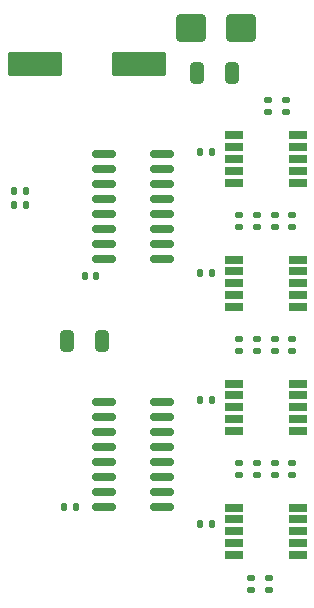
<source format=gtp>
%TF.GenerationSoftware,KiCad,Pcbnew,9.0.6*%
%TF.CreationDate,2025-12-21T17:34:40-08:00*%
%TF.ProjectId,A3909 Prototyping,41333930-3920-4507-926f-746f74797069,rev?*%
%TF.SameCoordinates,Original*%
%TF.FileFunction,Paste,Top*%
%TF.FilePolarity,Positive*%
%FSLAX46Y46*%
G04 Gerber Fmt 4.6, Leading zero omitted, Abs format (unit mm)*
G04 Created by KiCad (PCBNEW 9.0.6) date 2025-12-21 17:34:40*
%MOMM*%
%LPD*%
G01*
G04 APERTURE LIST*
G04 Aperture macros list*
%AMRoundRect*
0 Rectangle with rounded corners*
0 $1 Rounding radius*
0 $2 $3 $4 $5 $6 $7 $8 $9 X,Y pos of 4 corners*
0 Add a 4 corners polygon primitive as box body*
4,1,4,$2,$3,$4,$5,$6,$7,$8,$9,$2,$3,0*
0 Add four circle primitives for the rounded corners*
1,1,$1+$1,$2,$3*
1,1,$1+$1,$4,$5*
1,1,$1+$1,$6,$7*
1,1,$1+$1,$8,$9*
0 Add four rect primitives between the rounded corners*
20,1,$1+$1,$2,$3,$4,$5,0*
20,1,$1+$1,$4,$5,$6,$7,0*
20,1,$1+$1,$6,$7,$8,$9,0*
20,1,$1+$1,$8,$9,$2,$3,0*%
G04 Aperture macros list end*
%ADD10RoundRect,0.140000X-0.140000X-0.170000X0.140000X-0.170000X0.140000X0.170000X-0.140000X0.170000X0*%
%ADD11RoundRect,0.250000X0.325000X0.650000X-0.325000X0.650000X-0.325000X-0.650000X0.325000X-0.650000X0*%
%ADD12RoundRect,0.250001X2.049999X0.799999X-2.049999X0.799999X-2.049999X-0.799999X2.049999X-0.799999X0*%
%ADD13RoundRect,0.140000X0.140000X0.170000X-0.140000X0.170000X-0.140000X-0.170000X0.140000X-0.170000X0*%
%ADD14RoundRect,0.250000X-0.325000X-0.650000X0.325000X-0.650000X0.325000X0.650000X-0.325000X0.650000X0*%
%ADD15RoundRect,0.250000X-1.000000X-0.900000X1.000000X-0.900000X1.000000X0.900000X-1.000000X0.900000X0*%
%ADD16R,1.525000X0.650000*%
%ADD17RoundRect,0.135000X-0.135000X-0.185000X0.135000X-0.185000X0.135000X0.185000X-0.135000X0.185000X0*%
%ADD18RoundRect,0.135000X0.185000X-0.135000X0.185000X0.135000X-0.185000X0.135000X-0.185000X-0.135000X0*%
%ADD19RoundRect,0.135000X-0.185000X0.135000X-0.185000X-0.135000X0.185000X-0.135000X0.185000X0.135000X0*%
%ADD20RoundRect,0.150000X0.825000X0.150000X-0.825000X0.150000X-0.825000X-0.150000X0.825000X-0.150000X0*%
G04 APERTURE END LIST*
D10*
%TO.C,C1*%
X48730000Y-38000000D03*
X47770000Y-38000000D03*
%TD*%
%TO.C,C2*%
X48730000Y-48250000D03*
X47770000Y-48250000D03*
%TD*%
%TO.C,C3*%
X48730000Y-59000000D03*
X47770000Y-59000000D03*
%TD*%
%TO.C,C4*%
X48730000Y-69500000D03*
X47770000Y-69500000D03*
%TD*%
D11*
%TO.C,C5*%
X47525000Y-31250000D03*
X50475000Y-31250000D03*
%TD*%
D12*
%TO.C,C6*%
X33750000Y-30500000D03*
X42550000Y-30500000D03*
%TD*%
D13*
%TO.C,C7*%
X38020000Y-48500000D03*
X38980000Y-48500000D03*
%TD*%
D10*
%TO.C,C8*%
X37230000Y-68000000D03*
X36270000Y-68000000D03*
%TD*%
D14*
%TO.C,C9*%
X39475000Y-54000000D03*
X36525000Y-54000000D03*
%TD*%
D15*
%TO.C,D1*%
X51250000Y-27500000D03*
X46950000Y-27500000D03*
%TD*%
D16*
%TO.C,IC1*%
X56037000Y-47075000D03*
X56037000Y-48075000D03*
X56037000Y-49075000D03*
X56037000Y-50075000D03*
X56037000Y-51075000D03*
X50613000Y-51075000D03*
X50613000Y-50075000D03*
X50613000Y-49075000D03*
X50613000Y-48075000D03*
X50613000Y-47075000D03*
%TD*%
%TO.C,IC2*%
X56037000Y-36575000D03*
X56037000Y-37575000D03*
X56037000Y-38575000D03*
X56037000Y-39575000D03*
X56037000Y-40575000D03*
X50613000Y-40575000D03*
X50613000Y-39575000D03*
X50613000Y-38575000D03*
X50613000Y-37575000D03*
X50613000Y-36575000D03*
%TD*%
%TO.C,IC3*%
X56037000Y-68075000D03*
X56037000Y-69075000D03*
X56037000Y-70075000D03*
X56037000Y-71075000D03*
X56037000Y-72075000D03*
X50613000Y-72075000D03*
X50613000Y-71075000D03*
X50613000Y-70075000D03*
X50613000Y-69075000D03*
X50613000Y-68075000D03*
%TD*%
%TO.C,IC4*%
X56037000Y-57575000D03*
X56037000Y-58575000D03*
X56037000Y-59575000D03*
X56037000Y-60575000D03*
X56037000Y-61575000D03*
X50613000Y-61575000D03*
X50613000Y-60575000D03*
X50613000Y-59575000D03*
X50613000Y-58575000D03*
X50613000Y-57575000D03*
%TD*%
D17*
%TO.C,R1*%
X33010000Y-41250000D03*
X31990000Y-41250000D03*
%TD*%
%TO.C,R2*%
X33010000Y-42500000D03*
X31990000Y-42500000D03*
%TD*%
D18*
%TO.C,R3*%
X52075000Y-74065000D03*
X52075000Y-75085000D03*
%TD*%
%TO.C,R4*%
X53575000Y-74065000D03*
X53575000Y-75085000D03*
%TD*%
D19*
%TO.C,R5*%
X52575000Y-65335000D03*
X52575000Y-64315000D03*
%TD*%
%TO.C,R6*%
X51075000Y-65335000D03*
X51075000Y-64315000D03*
%TD*%
D18*
%TO.C,R7*%
X54075000Y-64315000D03*
X54075000Y-65335000D03*
%TD*%
%TO.C,R8*%
X55575000Y-64315000D03*
X55575000Y-65335000D03*
%TD*%
D19*
%TO.C,R9*%
X52575000Y-54835000D03*
X52575000Y-53815000D03*
%TD*%
%TO.C,R10*%
X51075000Y-54835000D03*
X51075000Y-53815000D03*
%TD*%
D18*
%TO.C,R11*%
X54075000Y-53815000D03*
X54075000Y-54835000D03*
%TD*%
%TO.C,R12*%
X55575000Y-53815000D03*
X55575000Y-54835000D03*
%TD*%
D19*
%TO.C,R13*%
X52575000Y-44335000D03*
X52575000Y-43315000D03*
%TD*%
%TO.C,R14*%
X51075000Y-44335000D03*
X51075000Y-43315000D03*
%TD*%
D18*
%TO.C,R15*%
X54075000Y-43315000D03*
X54075000Y-44335000D03*
%TD*%
%TO.C,R16*%
X55575000Y-43315000D03*
X55575000Y-44335000D03*
%TD*%
D19*
%TO.C,R17*%
X55000000Y-34585000D03*
X55000000Y-33565000D03*
%TD*%
%TO.C,R18*%
X53500000Y-34585000D03*
X53500000Y-33565000D03*
%TD*%
D20*
%TO.C,U1*%
X39600000Y-47020000D03*
X39600000Y-45750000D03*
X39600000Y-44480000D03*
X39600000Y-43210000D03*
X39600000Y-41940000D03*
X39600000Y-40670000D03*
X39600000Y-39400000D03*
X39600000Y-38130000D03*
X44550000Y-38130000D03*
X44550000Y-39400000D03*
X44550000Y-40670000D03*
X44550000Y-41940000D03*
X44550000Y-43210000D03*
X44550000Y-44480000D03*
X44550000Y-45750000D03*
X44550000Y-47020000D03*
%TD*%
%TO.C,U2*%
X39600000Y-68020000D03*
X39600000Y-66750000D03*
X39600000Y-65480000D03*
X39600000Y-64210000D03*
X39600000Y-62940000D03*
X39600000Y-61670000D03*
X39600000Y-60400000D03*
X39600000Y-59130000D03*
X44550000Y-59130000D03*
X44550000Y-60400000D03*
X44550000Y-61670000D03*
X44550000Y-62940000D03*
X44550000Y-64210000D03*
X44550000Y-65480000D03*
X44550000Y-66750000D03*
X44550000Y-68020000D03*
%TD*%
M02*

</source>
